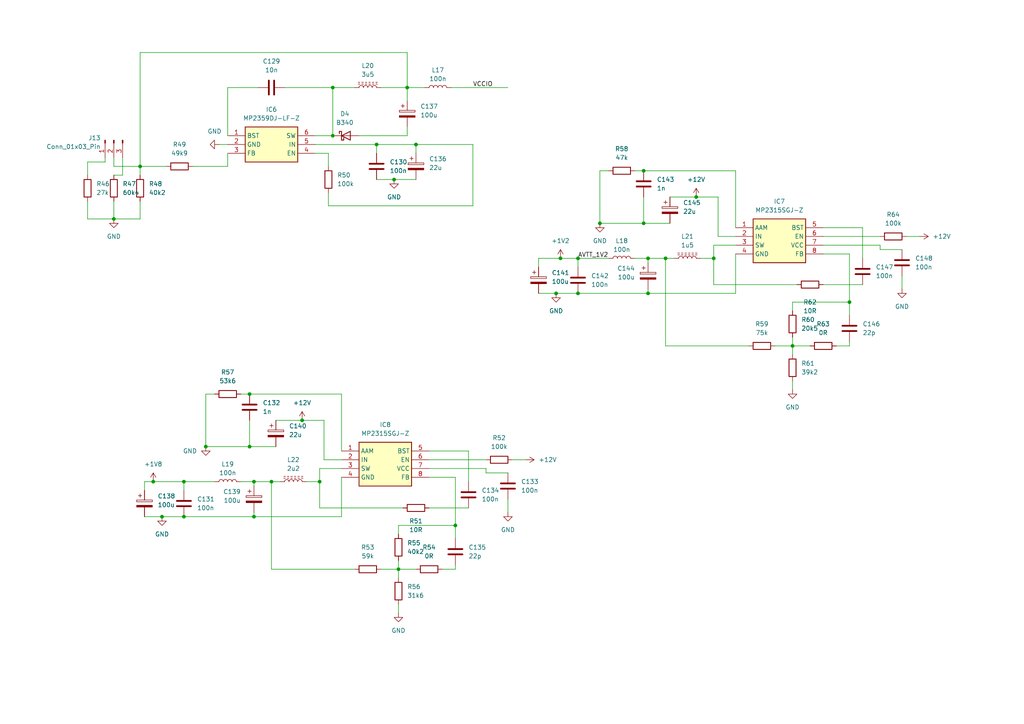
<source format=kicad_sch>
(kicad_sch (version 20231120) (generator "eeschema") (generator_version "8.0")
  (paper "A4")
  (lib_symbols
    (symbol "Connector:Conn_01x03_Pin" (pin_names (offset 1.016) hide)
      (property "Reference" "J" (at 0 5.08 0))
      (property "Value" "Conn_01x03_Pin" (at 0 -5.08 0))
      (symbol "Conn_01x03_Pin_1_1"
        (polyline (pts (xy 1.27 -2.54) (xy 0.8636 -2.54)) (stroke (width 0.1524)))
        (polyline (pts (xy 1.27 0) (xy 0.8636 0)) (stroke (width 0.1524)))
        (polyline (pts (xy 1.27 2.54) (xy 0.8636 2.54)) (stroke (width 0.1524)))
        (rectangle (start 0.8636 -2.413) (end 0 -2.667) (stroke (width 0.1524)) (fill (type outline)))
        (rectangle (start 0.8636 0.127) (end 0 -0.127) (stroke (width 0.1524)) (fill (type outline)))
        (rectangle (start 0.8636 2.667) (end 0 2.413) (stroke (width 0.1524)) (fill (type outline)))
        (pin passive line (at 5.08 2.54 180) (length 3.81) (name "Pin_1") (number "1"))
        (pin passive line (at 5.08 0 180) (length 3.81) (name "Pin_2") (number "2"))
        (pin passive line (at 5.08 -2.54 180) (length 3.81) (name "Pin_3") (number "3"))
      )
    )
    (symbol "Device:C" (pin_numbers hide) (pin_names (offset 0.254))
      (property "Reference" "C" (at 0.635 2.54 0))
      (property "Value" "C" (at 0.635 -2.54 0))
      (symbol "C_0_1"
        (polyline (pts (xy -2.032 -0.762) (xy 2.032 -0.762)) (stroke (width 0.508)))
        (polyline (pts (xy -2.032 0.762) (xy 2.032 0.762)) (stroke (width 0.508)))
      )
      (symbol "C_1_1"
        (pin passive line (at 0 3.81 270) (length 2.794) (name "~") (number "1"))
        (pin passive line (at 0 -3.81 90) (length 2.794) (name "~") (number "2"))
      )
    )
    (symbol "Device:C_Polarized" (pin_numbers hide) (pin_names (offset 0.254))
      (property "Reference" "C" (at 0.635 2.54 0))
      (property "Value" "C_Polarized" (at 0.635 -2.54 0))
      (symbol "C_Polarized_0_1"
        (rectangle (start -2.286 0.508) (end 2.286 1.016))
        (polyline (pts (xy -1.778 2.286) (xy -0.762 2.286)))
        (polyline (pts (xy -1.27 2.794) (xy -1.27 1.778)))
        (rectangle (start 2.286 -0.508) (end -2.286 -1.016) (fill (type outline)))
      )
      (symbol "C_Polarized_1_1"
        (pin passive line (at 0 3.81 270) (length 2.794) (name "~") (number "1"))
        (pin passive line (at 0 -3.81 90) (length 2.794) (name "~") (number "2"))
      )
    )
    (symbol "Device:L" (pin_numbers hide) (pin_names (offset 1.016) hide)
      (property "Reference" "L" (at -1.27 0 90))
      (property "Value" "L" (at 1.905 0 90))
      (symbol "L_0_1"
        (arc (start 0 -2.54) (mid 0.6323 -1.905) (end 0 -1.27))
        (arc (start 0 -1.27) (mid 0.6323 -0.635) (end 0 0))
        (arc (start 0 0) (mid 0.6323 0.635) (end 0 1.27))
        (arc (start 0 1.27) (mid 0.6323 1.905) (end 0 2.54))
      )
      (symbol "L_1_1"
        (pin passive line (at 0 3.81 270) (length 1.27) (name "1") (number "1"))
        (pin passive line (at 0 -3.81 90) (length 1.27) (name "2") (number "2"))
      )
    )
    (symbol "Device:L_Ferrite" (pin_numbers hide) (pin_names (offset 1.016) hide)
      (property "Reference" "L" (at -1.27 0 90))
      (property "Value" "L_Ferrite" (at 2.794 0 90))
      (symbol "L_Ferrite_0_1"
        (arc (start 0 -2.54) (mid 0.6323 -1.905) (end 0 -1.27))
        (arc (start 0 -1.27) (mid 0.6323 -0.635) (end 0 0))
        (polyline (pts (xy 1.016 -2.794) (xy 1.016 -2.286)))
        (polyline (pts (xy 1.016 -1.778) (xy 1.016 -1.27)))
        (polyline (pts (xy 1.016 -0.762) (xy 1.016 -0.254)))
        (polyline (pts (xy 1.016 0.254) (xy 1.016 0.762)))
        (polyline (pts (xy 1.016 1.27) (xy 1.016 1.778)))
        (polyline (pts (xy 1.016 2.286) (xy 1.016 2.794)))
        (polyline (pts (xy 1.524 -2.286) (xy 1.524 -2.794)))
        (polyline (pts (xy 1.524 -1.27) (xy 1.524 -1.778)))
        (polyline (pts (xy 1.524 -0.254) (xy 1.524 -0.762)))
        (polyline (pts (xy 1.524 0.762) (xy 1.524 0.254)))
        (polyline (pts (xy 1.524 1.778) (xy 1.524 1.27)))
        (polyline (pts (xy 1.524 2.794) (xy 1.524 2.286)))
        (arc (start 0 0) (mid 0.6323 0.635) (end 0 1.27))
        (arc (start 0 1.27) (mid 0.6323 1.905) (end 0 2.54))
      )
      (symbol "L_Ferrite_1_1"
        (pin passive line (at 0 3.81 270) (length 1.27) (name "1") (number "1"))
        (pin passive line (at 0 -3.81 90) (length 1.27) (name "2") (number "2"))
      )
    )
    (symbol "Device:R" (pin_numbers hide) (pin_names (offset 0))
      (property "Reference" "R" (at 2.032 0 90))
      (property "Value" "R" (at 0 0 90))
      (symbol "R_0_1"
        (rectangle (start -1.016 -2.54) (end 1.016 2.54) (stroke (width 0.254)))
      )
      (symbol "R_1_1"
        (pin passive line (at 0 3.81 270) (length 1.27) (name "~") (number "1"))
        (pin passive line (at 0 -3.81 90) (length 1.27) (name "~") (number "2"))
      )
    )
    (symbol "Diode:B340" (pin_numbers hide) (pin_names (offset 1.016) hide)
      (property "Reference" "D" (at 0 2.54 0))
      (property "Value" "B340" (at 0 -2.54 0))
      (symbol "B340_0_1"
        (polyline (pts (xy 1.27 0) (xy -1.27 0)))
        (polyline (pts (xy 1.27 1.27) (xy 1.27 -1.27) (xy -1.27 0) (xy 1.27 1.27)) (stroke (width 0.254)))
        (polyline (pts (xy -1.905 0.635) (xy -1.905 1.27) (xy -1.27 1.27) (xy -1.27 -1.27) (xy -0.635 -1.27) (xy -0.635 -0.635)) (stroke (width 0.254)))
      )
      (symbol "B340_1_1"
        (pin passive line (at -3.81 0 0) (length 2.54) (name "K") (number "1"))
        (pin passive line (at 3.81 0 180) (length 2.54) (name "A") (number "2"))
      )
    )
    (symbol "SamacSys_Parts:MP2315SGJ-Z"
      (property "Reference" "IC" (at 21.59 7.62 0))
      (property "Value" "MP2315SGJ-Z" (at 21.59 5.08 0))
      (symbol "MP2315SGJ-Z_1_1"
        (rectangle (start 5.08 2.54) (end 20.32 -10.16) (stroke (width 0.254)) (fill (type background)))
        (pin passive line (at 0 0 0) (length 5.08) (name "AAM") (number "1"))
        (pin passive line (at 0 -2.54 0) (length 5.08) (name "IN") (number "2"))
        (pin passive line (at 0 -5.08 0) (length 5.08) (name "SW") (number "3"))
        (pin passive line (at 0 -7.62 0) (length 5.08) (name "GND") (number "4"))
        (pin passive line (at 25.4 0 180) (length 5.08) (name "BST") (number "5"))
        (pin passive line (at 25.4 -2.54 180) (length 5.08) (name "EN") (number "6"))
        (pin passive line (at 25.4 -5.08 180) (length 5.08) (name "VCC") (number "7"))
        (pin passive line (at 25.4 -7.62 180) (length 5.08) (name "FB") (number "8"))
      )
    )
    (symbol "SamacSys_Parts:MP2359DJ-LF-Z"
      (property "Reference" "IC" (at 21.59 7.62 0))
      (property "Value" "MP2359DJ-LF-Z" (at 21.59 5.08 0))
      (symbol "MP2359DJ-LF-Z_1_1"
        (rectangle (start 5.08 2.54) (end 20.32 -7.62) (stroke (width 0.254)) (fill (type background)))
        (pin passive line (at 0 0 0) (length 5.08) (name "BST") (number "1"))
        (pin passive line (at 0 -2.54 0) (length 5.08) (name "GND") (number "2"))
        (pin passive line (at 0 -5.08 0) (length 5.08) (name "FB") (number "3"))
        (pin passive line (at 25.4 -5.08 180) (length 5.08) (name "EN") (number "4"))
        (pin passive line (at 25.4 -2.54 180) (length 5.08) (name "IN") (number "5"))
        (pin passive line (at 25.4 0 180) (length 5.08) (name "SW") (number "6"))
      )
    )
    (symbol "power:+12V" (power) (pin_names (offset 0))
      (property "Value" "+12V" (at 0 3.556 0))
      (symbol "+12V_0_1"
        (polyline (pts (xy -0.762 1.27) (xy 0 2.54)))
        (polyline (pts (xy 0 0) (xy 0 2.54)))
        (polyline (pts (xy 0 2.54) (xy 0.762 1.27)))
      )
      (symbol "+12V_1_1"
        (pin power_in line (at 0 0 90) (length 0) hide (name "+12V") (number "1"))
      )
    )
    (symbol "power:+1V2" (power) (pin_names (offset 0))
      (property "Value" "+1V2" (at 0 3.556 0))
      (symbol "+1V2_0_1"
        (polyline (pts (xy -0.762 1.27) (xy 0 2.54)))
        (polyline (pts (xy 0 0) (xy 0 2.54)))
        (polyline (pts (xy 0 2.54) (xy 0.762 1.27)))
      )
      (symbol "+1V2_1_1"
        (pin power_in line (at 0 0 90) (length 0) hide (name "+1V2") (number "1"))
      )
    )
    (symbol "power:+1V8" (power) (pin_names (offset 0))
      (property "Value" "+1V8" (at 0 3.556 0))
      (symbol "+1V8_0_1"
        (polyline (pts (xy -0.762 1.27) (xy 0 2.54)))
        (polyline (pts (xy 0 0) (xy 0 2.54)))
        (polyline (pts (xy 0 2.54) (xy 0.762 1.27)))
      )
      (symbol "+1V8_1_1"
        (pin power_in line (at 0 0 90) (length 0) hide (name "+1V8") (number "1"))
      )
    )
    (symbol "power:GND" (power) (pin_names (offset 0))
      (property "Value" "GND" (at 0 -3.81 0))
      (symbol "GND_0_1"
        (polyline (pts (xy 0 0) (xy 0 -1.27) (xy 1.27 -1.27) (xy 0 -2.54) (xy -1.27 -1.27) (xy 0 -1.27)))
      )
      (symbol "GND_1_1"
        (pin power_in line (at 0 0 270) (length 0) hide (name "GND") (number "1"))
      )
    )
  )
  (junction (at 167.64 74.93))
  (junction (at 109.22 41.91))
  (junction (at 78.74 139.7))
  (junction (at 59.69 129.54))
  (junction (at 33.02 63.5))
  (junction (at 115.57 165.1))
  (junction (at 207.01 74.93))
  (junction (at 229.87 100.33))
  (junction (at 132.08 152.4))
  (junction (at 53.34 149.86))
  (junction (at 96.52 39.37))
  (junction (at 201.93 57.15))
  (junction (at 120.65 41.91))
  (junction (at 46.99 149.86))
  (junction (at 167.64 85.09))
  (junction (at 87.63 121.92))
  (junction (at 40.64 48.26))
  (junction (at 72.39 114.3))
  (junction (at 73.66 139.7))
  (junction (at 44.45 139.7))
  (junction (at 186.69 64.77))
  (junction (at 186.69 49.53))
  (junction (at 187.96 85.09))
  (junction (at 92.71 139.7))
  (junction (at 53.34 139.7))
  (junction (at 96.52 25.4))
  (junction (at 73.66 149.86))
  (junction (at 114.3 52.07))
  (junction (at 162.56 74.93))
  (junction (at 246.38 87.63))
  (junction (at 187.96 74.93))
  (junction (at 161.29 85.09))
  (junction (at 118.11 25.4))
  (junction (at 173.99 64.77))
  (junction (at 193.04 74.93))
  (junction (at 72.39 129.54))
  (wire (pts (xy 213.36 73.66) (xy 213.36 85.09)))
  (wire (pts (xy 207.01 74.93) (xy 203.2 74.93)))
  (wire (pts (xy 124.46 133.35) (xy 140.97 133.35)))
  (wire (pts (xy 246.38 100.33) (xy 246.38 99.06)))
  (wire (pts (xy 99.06 114.3) (xy 72.39 114.3)))
  (wire (pts (xy 118.11 25.4) (xy 123.19 25.4)))
  (wire (pts (xy 156.21 74.93) (xy 162.56 74.93)))
  (wire (pts (xy 66.04 39.37) (xy 66.04 25.4)))
  (wire (pts (xy 132.08 138.43) (xy 132.08 152.4)))
  (wire (pts (xy 59.69 114.3) (xy 59.69 129.54)))
  (wire (pts (xy 147.32 144.78) (xy 147.32 148.59)))
  (wire (pts (xy 25.4 46.99) (xy 25.4 50.8)))
  (wire (pts (xy 208.28 57.15) (xy 208.28 68.58)))
  (wire (pts (xy 59.69 129.54) (xy 72.39 129.54)))
  (wire (pts (xy 173.99 49.53) (xy 173.99 64.77)))
  (wire (pts (xy 193.04 74.93) (xy 193.04 100.33)))
  (wire (pts (xy 176.53 74.93) (xy 167.64 74.93)))
  (wire (pts (xy 95.25 59.69) (xy 95.25 55.88)))
  (wire (pts (xy 82.55 25.4) (xy 96.52 25.4)))
  (wire (pts (xy 30.48 46.99) (xy 25.4 46.99)))
  (wire (pts (xy 187.96 83.82) (xy 187.96 85.09)))
  (wire (pts (xy 114.3 52.07) (xy 120.65 52.07)))
  (wire (pts (xy 69.85 139.7) (xy 73.66 139.7)))
  (wire (pts (xy 137.16 59.69) (xy 95.25 59.69)))
  (wire (pts (xy 246.38 87.63) (xy 229.87 87.63)))
  (wire (pts (xy 213.36 85.09) (xy 187.96 85.09)))
  (wire (pts (xy 41.91 139.7) (xy 41.91 142.24)))
  (wire (pts (xy 99.06 149.86) (xy 73.66 149.86)))
  (wire (pts (xy 187.96 74.93) (xy 193.04 74.93)))
  (wire (pts (xy 161.29 85.09) (xy 167.64 85.09)))
  (wire (pts (xy 167.64 74.93) (xy 167.64 77.47)))
  (wire (pts (xy 229.87 110.49) (xy 229.87 113.03)))
  (wire (pts (xy 33.02 45.72) (xy 33.02 48.26)))
  (wire (pts (xy 213.36 66.04) (xy 213.36 49.53)))
  (wire (pts (xy 78.74 139.7) (xy 81.28 139.7)))
  (wire (pts (xy 116.84 147.32) (xy 92.71 147.32)))
  (wire (pts (xy 73.66 148.59) (xy 73.66 149.86)))
  (wire (pts (xy 92.71 147.32) (xy 92.71 139.7)))
  (wire (pts (xy 186.69 49.53) (xy 184.15 49.53)))
  (wire (pts (xy 238.76 68.58) (xy 255.27 68.58)))
  (wire (pts (xy 92.71 135.89) (xy 92.71 139.7)))
  (wire (pts (xy 78.74 139.7) (xy 78.74 165.1)))
  (wire (pts (xy 40.64 48.26) (xy 40.64 50.8)))
  (wire (pts (xy 91.44 44.45) (xy 95.25 44.45)))
  (wire (pts (xy 262.89 68.58) (xy 266.7 68.58)))
  (wire (pts (xy 104.14 39.37) (xy 118.11 39.37)))
  (wire (pts (xy 187.96 76.2) (xy 187.96 74.93)))
  (wire (pts (xy 238.76 82.55) (xy 250.19 82.55)))
  (wire (pts (xy 193.04 74.93) (xy 195.58 74.93)))
  (wire (pts (xy 213.36 49.53) (xy 186.69 49.53)))
  (wire (pts (xy 115.57 165.1) (xy 120.65 165.1)))
  (wire (pts (xy 93.98 133.35) (xy 99.06 133.35)))
  (wire (pts (xy 176.53 49.53) (xy 173.99 49.53)))
  (wire (pts (xy 115.57 152.4) (xy 115.57 154.94)))
  (wire (pts (xy 66.04 48.26) (xy 66.04 44.45)))
  (wire (pts (xy 46.99 149.86) (xy 53.34 149.86)))
  (wire (pts (xy 187.96 85.09) (xy 167.64 85.09)))
  (wire (pts (xy 167.64 74.93) (xy 162.56 74.93)))
  (wire (pts (xy 229.87 87.63) (xy 229.87 90.17)))
  (wire (pts (xy 186.69 64.77) (xy 194.31 64.77)))
  (wire (pts (xy 40.64 15.24) (xy 118.11 15.24)))
  (wire (pts (xy 193.04 100.33) (xy 217.17 100.33)))
  (wire (pts (xy 124.46 130.81) (xy 135.89 130.81)))
  (wire (pts (xy 255.27 72.39) (xy 255.27 71.12)))
  (wire (pts (xy 109.22 52.07) (xy 114.3 52.07)))
  (wire (pts (xy 246.38 73.66) (xy 246.38 87.63)))
  (wire (pts (xy 231.14 82.55) (xy 207.01 82.55)))
  (wire (pts (xy 25.4 63.5) (xy 33.02 63.5)))
  (wire (pts (xy 115.57 162.56) (xy 115.57 165.1)))
  (wire (pts (xy 250.19 66.04) (xy 250.19 74.93)))
  (wire (pts (xy 40.64 48.26) (xy 48.26 48.26)))
  (wire (pts (xy 110.49 165.1) (xy 115.57 165.1)))
  (wire (pts (xy 115.57 175.26) (xy 115.57 177.8)))
  (wire (pts (xy 99.06 138.43) (xy 99.06 149.86)))
  (wire (pts (xy 118.11 15.24) (xy 118.11 25.4)))
  (wire (pts (xy 80.01 121.92) (xy 87.63 121.92)))
  (wire (pts (xy 66.04 25.4) (xy 74.93 25.4)))
  (wire (pts (xy 208.28 68.58) (xy 213.36 68.58)))
  (wire (pts (xy 132.08 156.21) (xy 132.08 152.4)))
  (wire (pts (xy 91.44 41.91) (xy 109.22 41.91)))
  (wire (pts (xy 72.39 129.54) (xy 80.01 129.54)))
  (wire (pts (xy 30.48 45.72) (xy 30.48 46.99)))
  (wire (pts (xy 72.39 121.92) (xy 72.39 129.54)))
  (wire (pts (xy 118.11 25.4) (xy 118.11 29.21)))
  (wire (pts (xy 55.88 48.26) (xy 66.04 48.26)))
  (wire (pts (xy 35.56 50.8) (xy 33.02 50.8)))
  (wire (pts (xy 25.4 58.42) (xy 25.4 63.5)))
  (wire (pts (xy 115.57 165.1) (xy 115.57 167.64)))
  (wire (pts (xy 33.02 63.5) (xy 40.64 63.5)))
  (wire (pts (xy 261.62 80.01) (xy 261.62 83.82)))
  (wire (pts (xy 132.08 152.4) (xy 115.57 152.4)))
  (wire (pts (xy 99.06 135.89) (xy 92.71 135.89)))
  (wire (pts (xy 35.56 45.72) (xy 35.56 50.8)))
  (wire (pts (xy 78.74 165.1) (xy 102.87 165.1)))
  (wire (pts (xy 109.22 41.91) (xy 109.22 44.45)))
  (wire (pts (xy 148.59 133.35) (xy 152.4 133.35)))
  (wire (pts (xy 135.89 130.81) (xy 135.89 139.7)))
  (wire (pts (xy 229.87 100.33) (xy 234.95 100.33)))
  (wire (pts (xy 40.64 48.26) (xy 40.64 15.24)))
  (wire (pts (xy 73.66 140.97) (xy 73.66 139.7)))
  (wire (pts (xy 207.01 82.55) (xy 207.01 74.93)))
  (wire (pts (xy 229.87 97.79) (xy 229.87 100.33)))
  (wire (pts (xy 96.52 25.4) (xy 102.87 25.4)))
  (wire (pts (xy 118.11 39.37) (xy 118.11 36.83)))
  (wire (pts (xy 156.21 85.09) (xy 161.29 85.09)))
  (wire (pts (xy 124.46 138.43) (xy 132.08 138.43)))
  (wire (pts (xy 62.23 139.7) (xy 53.34 139.7)))
  (wire (pts (xy 33.02 58.42) (xy 33.02 63.5)))
  (wire (pts (xy 53.34 139.7) (xy 53.34 142.24)))
  (wire (pts (xy 73.66 139.7) (xy 78.74 139.7)))
  (wire (pts (xy 213.36 71.12) (xy 207.01 71.12)))
  (wire (pts (xy 261.62 72.39) (xy 255.27 72.39)))
  (wire (pts (xy 201.93 57.15) (xy 208.28 57.15)))
  (wire (pts (xy 140.97 137.16) (xy 140.97 135.89)))
  (wire (pts (xy 109.22 41.91) (xy 120.65 41.91)))
  (wire (pts (xy 120.65 41.91) (xy 137.16 41.91)))
  (wire (pts (xy 96.52 25.4) (xy 96.52 39.37)))
  (wire (pts (xy 95.25 44.45) (xy 95.25 48.26)))
  (wire (pts (xy 173.99 64.77) (xy 186.69 64.77)))
  (wire (pts (xy 73.66 149.86) (xy 53.34 149.86)))
  (wire (pts (xy 72.39 114.3) (xy 69.85 114.3)))
  (wire (pts (xy 41.91 149.86) (xy 46.99 149.86)))
  (wire (pts (xy 120.65 41.91) (xy 120.65 44.45)))
  (wire (pts (xy 207.01 71.12) (xy 207.01 74.93)))
  (wire (pts (xy 33.02 48.26) (xy 40.64 48.26)))
  (wire (pts (xy 186.69 57.15) (xy 186.69 64.77)))
  (wire (pts (xy 130.81 25.4) (xy 147.32 25.4)))
  (wire (pts (xy 87.63 121.92) (xy 93.98 121.92)))
  (wire (pts (xy 53.34 139.7) (xy 44.45 139.7)))
  (wire (pts (xy 96.52 39.37) (xy 91.44 39.37)))
  (wire (pts (xy 156.21 74.93) (xy 156.21 77.47)))
  (wire (pts (xy 110.49 25.4) (xy 118.11 25.4)))
  (wire (pts (xy 92.71 139.7) (xy 88.9 139.7)))
  (wire (pts (xy 40.64 63.5) (xy 40.64 58.42)))
  (wire (pts (xy 63.5 41.91) (xy 66.04 41.91)))
  (wire (pts (xy 255.27 71.12) (xy 238.76 71.12)))
  (wire (pts (xy 132.08 165.1) (xy 132.08 163.83)))
  (wire (pts (xy 229.87 100.33) (xy 229.87 102.87)))
  (wire (pts (xy 93.98 121.92) (xy 93.98 133.35)))
  (wire (pts (xy 246.38 91.44) (xy 246.38 87.63)))
  (wire (pts (xy 224.79 100.33) (xy 229.87 100.33)))
  (wire (pts (xy 242.57 100.33) (xy 246.38 100.33)))
  (wire (pts (xy 62.23 114.3) (xy 59.69 114.3)))
  (wire (pts (xy 99.06 130.81) (xy 99.06 114.3)))
  (wire (pts (xy 124.46 147.32) (xy 135.89 147.32)))
  (wire (pts (xy 128.27 165.1) (xy 132.08 165.1)))
  (wire (pts (xy 238.76 73.66) (xy 246.38 73.66)))
  (wire (pts (xy 44.45 139.7) (xy 41.91 139.7)))
  (wire (pts (xy 140.97 135.89) (xy 124.46 135.89)))
  (wire (pts (xy 238.76 66.04) (xy 250.19 66.04)))
  (wire (pts (xy 184.15 74.93) (xy 187.96 74.93)))
  (wire (pts (xy 194.31 57.15) (xy 201.93 57.15)))
  (wire (pts (xy 147.32 137.16) (xy 140.97 137.16)))
  (wire (pts (xy 137.16 41.91) (xy 137.16 59.69)))
  (label "VCCIO" (at 137.16 25.4 0))
  (label "AVTT_1V2" (at 167.64 74.93 0))
  (symbol (lib_id "SamacSys_Parts:MP2315SGJ-Z") (at 99.06 130.81 0) (unit 1)
    (property "Reference" "IC8" (at 111.76 123.19 0))
    (property "Value" "MP2315SGJ-Z" (at 111.76 125.73 0))
    (property "Footprint" "SamacSys_Parts:SOT65P280X100-8N" (effects (hide yes)))
    (property "Datasheet" "https://componentsearchengine.com/Datasheets/1/MP2315SGJ-Z.pdf" (effects (hide yes)))
    (property "Height" "1" (effects (hide yes)))
    (property "Manufacturer_Name" "Monolithic Power Systems (MPS)" (effects (hide yes)))
    (property "Manufacturer_Part_Number" "MP2315SGJ-Z" (effects (hide yes)))
    (property "Mouser Part Number" "946-MP2315SGJ-Z" (effects (hide yes)))
    (property "Mouser Price/Stock" "https://www.mouser.co.uk/ProductDetail/Monolithic-Power-Systems-MPS/MP2315SGJ-Z?qs=Zwj7mHVHPHQK3n9ExaDQiw%3D%3D" (effects (hide yes)))
  )
  (symbol (lib_id "Device:R") (at 95.25 52.07 180) (unit 1)
    (property "Reference" "R50" (at 97.79 50.8 0) (effects (justify right)))
    (property "Value" "100k" (at 97.79 53.34 0) (effects (justify right)))
    (property "Footprint" "Resistor_SMD:R_0201_0603Metric_Pad0.64x0.40mm_HandSolder" (effects (hide yes)))
  )
  (symbol (lib_id "Device:C_Polarized") (at 73.66 144.78 0) (unit 1)
    (property "Reference" "C139" (at 69.85 142.621 0) (effects (justify right)))
    (property "Value" "100u" (at 69.85 145.161 0) (effects (justify right)))
  )
  (symbol (lib_id "power:GND") (at 173.99 64.77 0) (unit 1)
    (property "Reference" "#PWR080" (effects (hide yes)))
    (property "Value" "GND" (at 173.99 69.85 0))
  )
  (symbol (lib_id "Device:C_Polarized") (at 80.01 125.73 0) (unit 1)
    (property "Reference" "C140" (at 83.82 123.571 0) (effects (justify left)))
    (property "Value" "22u" (at 83.82 126.111 0) (effects (justify left)))
  )
  (symbol (lib_id "Device:C_Polarized") (at 156.21 81.28 0) (unit 1)
    (property "Reference" "C141" (at 160.02 79.121 0) (effects (justify left)))
    (property "Value" "100u" (at 160.02 81.661 0) (effects (justify left)))
  )
  (symbol (lib_id "Device:C") (at 167.64 81.28 180) (unit 1)
    (property "Reference" "C142" (at 171.45 80.01 0) (effects (justify right)))
    (property "Value" "100n" (at 171.45 82.55 0) (effects (justify right)))
  )
  (symbol (lib_id "Device:L_Ferrite") (at 85.09 139.7 90) (unit 1)
    (property "Reference" "L22" (at 85.09 133.35 90))
    (property "Value" "2u2" (at 85.09 135.89 90))
  )
  (symbol (lib_id "power:GND") (at 59.69 129.54 0) (unit 1)
    (property "Reference" "#PWR072" (effects (hide yes)))
    (property "Value" "GND" (at 57.15 130.81 0) (effects (justify right)))
  )
  (symbol (lib_id "Device:C") (at 132.08 160.02 0) (unit 1)
    (property "Reference" "C135" (at 135.89 158.75 0) (effects (justify left)))
    (property "Value" "22p" (at 135.89 161.29 0) (effects (justify left)))
  )
  (symbol (lib_id "Device:C") (at 53.34 146.05 180) (unit 1)
    (property "Reference" "C131" (at 57.15 144.78 0) (effects (justify right)))
    (property "Value" "100n" (at 57.15 147.32 0) (effects (justify right)))
  )
  (symbol (lib_id "Connector:Conn_01x03_Pin") (at 33.02 40.64 90) (mirror x) (unit 1)
    (property "Reference" "J13" (at 29.21 40.005 90) (effects (justify left)))
    (property "Value" "Conn_01x03_Pin" (at 29.21 42.545 90) (effects (justify left)))
  )
  (symbol (lib_id "Device:C") (at 72.39 118.11 180) (unit 1)
    (property "Reference" "C132" (at 76.2 116.84 0) (effects (justify right)))
    (property "Value" "1n" (at 76.2 119.38 0) (effects (justify right)))
  )
  (symbol (lib_id "power:GND") (at 115.57 177.8 0) (unit 1)
    (property "Reference" "#PWR074" (effects (hide yes)))
    (property "Value" "GND" (at 115.57 182.88 0))
  )
  (symbol (lib_id "power:GND") (at 229.87 113.03 0) (unit 1)
    (property "Reference" "#PWR082" (effects (hide yes)))
    (property "Value" "GND" (at 229.87 118.11 0))
  )
  (symbol (lib_id "power:+1V8") (at 44.45 139.7 0) (unit 1)
    (property "Reference" "#PWR077" (effects (hide yes)))
    (property "Value" "+1V8" (at 44.45 134.62 0))
  )
  (symbol (lib_id "power:GND") (at 147.32 148.59 0) (unit 1)
    (property "Reference" "#PWR075" (effects (hide yes)))
    (property "Value" "GND" (at 147.32 153.67 0))
  )
  (symbol (lib_id "SamacSys_Parts:MP2315SGJ-Z") (at 213.36 66.04 0) (unit 1)
    (property "Reference" "IC7" (at 226.06 58.42 0))
    (property "Value" "MP2315SGJ-Z" (at 226.06 60.96 0))
    (property "Footprint" "SamacSys_Parts:SOT65P280X100-8N" (effects (hide yes)))
    (property "Datasheet" "https://componentsearchengine.com/Datasheets/1/MP2315SGJ-Z.pdf" (effects (hide yes)))
    (property "Height" "1" (effects (hide yes)))
    (property "Manufacturer_Name" "Monolithic Power Systems (MPS)" (effects (hide yes)))
    (property "Manufacturer_Part_Number" "MP2315SGJ-Z" (effects (hide yes)))
    (property "Mouser Part Number" "946-MP2315SGJ-Z" (effects (hide yes)))
    (property "Mouser Price/Stock" "https://www.mouser.co.uk/ProductDetail/Monolithic-Power-Systems-MPS/MP2315SGJ-Z?qs=Zwj7mHVHPHQK3n9ExaDQiw%3D%3D" (effects (hide yes)))
  )
  (symbol (lib_id "SamacSys_Parts:MP2359DJ-LF-Z") (at 66.04 39.37 0) (unit 1)
    (property "Reference" "IC6" (at 78.74 31.75 0))
    (property "Value" "MP2359DJ-LF-Z" (at 78.74 34.29 0))
    (property "Footprint" "SamacSys_Parts:SOT95P280X100-6N" (effects (hide yes)))
    (property "Datasheet" "https://datasheet.datasheetarchive.com/originals/distributors/Datasheets_SAMA/89d986a89c59d1844ef77b6f65b8a4d2.pdf" (effects (hide yes)))
    (property "Height" "1" (effects (hide yes)))
    (property "Manufacturer_Name" "Monolithic Power Systems (MPS)" (effects (hide yes)))
    (property "Manufacturer_Part_Number" "MP2359DJ-LF-Z" (effects (hide yes)))
    (property "Mouser Part Number" "946-MP2359DJLFZ" (effects (hide yes)))
    (property "Mouser Price/Stock" "https://www.mouser.co.uk/ProductDetail/Monolithic-Power-Systems-MPS/MP2359DJ-LF-Z?qs=rC7bBWoQAAkgAaURxgQSyA%3D%3D" (effects (hide yes)))
  )
  (symbol (lib_id "Device:C") (at 250.19 78.74 0) (unit 1)
    (property "Reference" "C147" (at 254 77.47 0) (effects (justify left)))
    (property "Value" "100n" (at 254 80.01 0) (effects (justify left)))
  )
  (symbol (lib_id "Device:C_Polarized") (at 187.96 80.01 0) (unit 1)
    (property "Reference" "C144" (at 184.15 77.851 0) (effects (justify right)))
    (property "Value" "100u" (at 184.15 80.391 0) (effects (justify right)))
  )
  (symbol (lib_id "Device:C") (at 246.38 95.25 0) (unit 1)
    (property "Reference" "C146" (at 250.19 93.98 0) (effects (justify left)))
    (property "Value" "22p" (at 250.19 96.52 0) (effects (justify left)))
  )
  (symbol (lib_id "power:+12V") (at 201.93 57.15 0) (unit 1)
    (property "Reference" "#PWR081" (effects (hide yes)))
    (property "Value" "+12V" (at 201.93 52.07 0))
  )
  (symbol (lib_id "power:GND") (at 161.29 85.09 0) (unit 1)
    (property "Reference" "#PWR079" (effects (hide yes)))
    (property "Value" "GND" (at 161.29 90.17 0))
  )
  (symbol (lib_id "Device:R") (at 25.4 54.61 0) (unit 1)
    (property "Reference" "R46" (at 27.94 53.34 0) (effects (justify left)))
    (property "Value" "27k" (at 27.94 55.88 0) (effects (justify left)))
    (property "Footprint" "Resistor_SMD:R_0201_0603Metric_Pad0.64x0.40mm_HandSolder" (effects (hide yes)))
  )
  (symbol (lib_id "Device:C") (at 147.32 140.97 0) (unit 1)
    (property "Reference" "C133" (at 151.13 139.7 0) (effects (justify left)))
    (property "Value" "100n" (at 151.13 142.24 0) (effects (justify left)))
  )
  (symbol (lib_id "Device:R") (at 259.08 68.58 270) (unit 1)
    (property "Reference" "R64" (at 259.08 62.23 90))
    (property "Value" "100k" (at 259.08 64.77 90))
    (property "Footprint" "Resistor_SMD:R_0201_0603Metric_Pad0.64x0.40mm_HandSolder" (effects (hide yes)))
  )
  (symbol (lib_id "Device:L_Ferrite") (at 199.39 74.93 90) (unit 1)
    (property "Reference" "L21" (at 199.39 68.58 90))
    (property "Value" "1u5" (at 199.39 71.12 90))
  )
  (symbol (lib_id "Device:R") (at 229.87 93.98 0) (unit 1)
    (property "Reference" "R60" (at 232.41 92.71 0) (effects (justify left)))
    (property "Value" "20k5" (at 232.41 95.25 0) (effects (justify left)))
    (property "Footprint" "Resistor_SMD:R_0201_0603Metric_Pad0.64x0.40mm_HandSolder" (effects (hide yes)))
  )
  (symbol (lib_id "Device:C_Polarized") (at 118.11 33.02 0) (unit 1)
    (property "Reference" "C137" (at 121.92 30.861 0) (effects (justify left)))
    (property "Value" "100u" (at 121.92 33.401 0) (effects (justify left)))
  )
  (symbol (lib_id "Device:R") (at 234.95 82.55 270) (unit 1)
    (property "Reference" "R62" (at 234.95 87.63 90))
    (property "Value" "10R" (at 234.95 90.17 90))
    (property "Footprint" "Resistor_SMD:R_0201_0603Metric_Pad0.64x0.40mm_HandSolder" (effects (hide yes)))
  )
  (symbol (lib_id "Device:L_Ferrite") (at 106.68 25.4 90) (unit 1)
    (property "Reference" "L20" (at 106.68 19.05 90))
    (property "Value" "3u5" (at 106.68 21.59 90))
  )
  (symbol (lib_id "Device:C_Polarized") (at 120.65 48.26 0) (unit 1)
    (property "Reference" "C136" (at 124.46 46.101 0) (effects (justify left)))
    (property "Value" "22u" (at 124.46 48.641 0) (effects (justify left)))
  )
  (symbol (lib_id "Device:R") (at 120.65 147.32 270) (unit 1)
    (property "Reference" "R51" (at 120.65 151.13 90))
    (property "Value" "10R" (at 120.65 153.67 90))
    (property "Footprint" "Resistor_SMD:R_0201_0603Metric_Pad0.64x0.40mm_HandSolder" (effects (hide yes)))
  )
  (symbol (lib_id "Device:C") (at 135.89 143.51 0) (unit 1)
    (property "Reference" "C134" (at 139.7 142.24 0) (effects (justify left)))
    (property "Value" "100n" (at 139.7 144.78 0) (effects (justify left)))
  )
  (symbol (lib_id "Device:C") (at 186.69 53.34 180) (unit 1)
    (property "Reference" "C143" (at 190.5 52.07 0) (effects (justify right)))
    (property "Value" "1n" (at 190.5 54.61 0) (effects (justify right)))
  )
  (symbol (lib_id "power:+1V2") (at 162.56 74.93 0) (unit 1)
    (property "Reference" "#PWR085" (effects (hide yes)))
    (property "Value" "+1V2" (at 162.56 69.85 0))
  )
  (symbol (lib_id "Device:R") (at 52.07 48.26 90) (unit 1)
    (property "Reference" "R49" (at 52.07 41.91 90))
    (property "Value" "49k9" (at 52.07 44.45 90))
    (property "Footprint" "Resistor_SMD:R_0201_0603Metric_Pad0.64x0.40mm_HandSolder" (effects (hide yes)))
  )
  (symbol (lib_id "Device:R") (at 106.68 165.1 270) (unit 1)
    (property "Reference" "R53" (at 106.68 158.75 90))
    (property "Value" "59k" (at 106.68 161.29 90))
    (property "Footprint" "Resistor_SMD:R_0201_0603Metric_Pad0.64x0.40mm_HandSolder" (effects (hide yes)))
  )
  (symbol (lib_id "power:GND") (at 33.02 63.5 0) (unit 1)
    (property "Reference" "#PWR068" (effects (hide yes)))
    (property "Value" "GND" (at 33.02 68.58 0))
  )
  (symbol (lib_id "Device:R") (at 124.46 165.1 270) (unit 1)
    (property "Reference" "R54" (at 124.46 158.75 90))
    (property "Value" "0R" (at 124.46 161.29 90))
    (property "Footprint" "Resistor_SMD:R_0201_0603Metric_Pad0.64x0.40mm_HandSolder" (effects (hide yes)))
  )
  (symbol (lib_id "Device:R") (at 40.64 54.61 0) (unit 1)
    (property "Reference" "R48" (at 43.18 53.34 0) (effects (justify left)))
    (property "Value" "40k2" (at 43.18 55.88 0) (effects (justify left)))
    (property "Footprint" "Resistor_SMD:R_0201_0603Metric_Pad0.64x0.40mm_HandSolder" (effects (hide yes)))
  )
  (symbol (lib_id "Device:R") (at 33.02 54.61 0) (unit 1)
    (property "Reference" "R47" (at 35.56 53.34 0) (effects (justify left)))
    (property "Value" "60k4" (at 35.56 55.88 0) (effects (justify left)))
    (property "Footprint" "Resistor_SMD:R_0201_0603Metric_Pad0.64x0.40mm_HandSolder" (effects (hide yes)))
  )
  (symbol (lib_id "Device:R") (at 66.04 114.3 90) (unit 1)
    (property "Reference" "R57" (at 66.04 107.95 90))
    (property "Value" "53k6" (at 66.04 110.49 90))
    (property "Footprint" "Resistor_SMD:R_0201_0603Metric_Pad0.64x0.40mm_HandSolder" (effects (hide yes)))
  )
  (symbol (lib_id "Device:C_Polarized") (at 194.31 60.96 0) (unit 1)
    (property "Reference" "C145" (at 198.12 58.801 0) (effects (justify left)))
    (property "Value" "22u" (at 198.12 61.341 0) (effects (justify left)))
  )
  (symbol (lib_id "power:+12V") (at 87.63 121.92 0) (unit 1)
    (property "Reference" "#PWR073" (effects (hide yes)))
    (property "Value" "+12V" (at 87.63 116.84 0))
  )
  (symbol (lib_id "Device:L") (at 127 25.4 90) (unit 1)
    (property "Reference" "L17" (at 127 20.32 90))
    (property "Value" "100n" (at 127 22.86 90))
  )
  (symbol (lib_id "Device:C") (at 261.62 76.2 0) (unit 1)
    (property "Reference" "C148" (at 265.43 74.93 0) (effects (justify left)))
    (property "Value" "100n" (at 265.43 77.47 0) (effects (justify left)))
  )
  (symbol (lib_id "Device:R") (at 180.34 49.53 90) (unit 1)
    (property "Reference" "R58" (at 180.34 43.18 90))
    (property "Value" "47k" (at 180.34 45.72 90))
    (property "Footprint" "Resistor_SMD:R_0201_0603Metric_Pad0.64x0.40mm_HandSolder" (effects (hide yes)))
  )
  (symbol (lib_id "Device:R") (at 144.78 133.35 270) (unit 1)
    (property "Reference" "R52" (at 144.78 127 90))
    (property "Value" "100k" (at 144.78 129.54 90))
    (property "Footprint" "Resistor_SMD:R_0201_0603Metric_Pad0.64x0.40mm_HandSolder" (effects (hide yes)))
  )
  (symbol (lib_id "Device:R") (at 115.57 158.75 0) (unit 1)
    (property "Reference" "R55" (at 118.11 157.48 0) (effects (justify left)))
    (property "Value" "40k2" (at 118.11 160.02 0) (effects (justify left)))
    (property "Footprint" "Resistor_SMD:R_0201_0603Metric_Pad0.64x0.40mm_HandSolder" (effects (hide yes)))
  )
  (symbol (lib_id "power:GND") (at 46.99 149.86 0) (unit 1)
    (property "Reference" "#PWR071" (effects (hide yes)))
    (property "Value" "GND" (at 46.99 154.94 0))
  )
  (symbol (lib_id "power:GND") (at 261.62 83.82 0) (unit 1)
    (property "Reference" "#PWR083" (effects (hide yes)))
    (property "Value" "GND" (at 261.62 88.9 0))
  )
  (symbol (lib_id "Device:L") (at 180.34 74.93 90) (unit 1)
    (property "Reference" "L18" (at 180.34 69.85 90))
    (property "Value" "100n" (at 180.34 72.39 90))
  )
  (symbol (lib_id "Diode:B340") (at 100.33 39.37 0) (unit 1)
    (property "Reference" "D4" (at 100.0125 33.02 0))
    (property "Value" "B340" (at 100.0125 35.56 0))
    (property "Footprint" "Diode_SMD:D_SMC" (effects (hide yes)))
    (property "Datasheet" "http://www.jameco.com/Jameco/Products/ProdDS/1538777.pdf" (effects (hide yes)))
  )
  (symbol (lib_id "Device:C") (at 78.74 25.4 90) (unit 1)
    (property "Reference" "C129" (at 78.74 17.78 90))
    (property "Value" "10n" (at 78.74 20.32 90))
  )
  (symbol (lib_id "power:GND") (at 114.3 52.07 0) (unit 1)
    (property "Reference" "#PWR070" (effects (hide yes)))
    (property "Value" "GND" (at 114.3 57.15 0))
  )
  (symbol (lib_id "Device:R") (at 238.76 100.33 270) (unit 1)
    (property "Reference" "R63" (at 238.76 93.98 90))
    (property "Value" "0R" (at 238.76 96.52 90))
    (property "Footprint" "Resistor_SMD:R_0201_0603Metric_Pad0.64x0.40mm_HandSolder" (effects (hide yes)))
  )
  (symbol (lib_id "Device:C_Polarized") (at 41.91 146.05 0) (unit 1)
    (property "Reference" "C138" (at 45.72 143.891 0) (effects (justify left)))
    (property "Value" "100u" (at 45.72 146.431 0) (effects (justify left)))
  )
  (symbol (lib_id "Device:R") (at 115.57 171.45 0) (unit 1)
    (property "Reference" "R56" (at 118.11 170.18 0) (effects (justify left)))
    (property "Value" "31k6" (at 118.11 172.72 0) (effects (justify left)))
    (property "Footprint" "Resistor_SMD:R_0201_0603Metric_Pad0.64x0.40mm_HandSolder" (effects (hide yes)))
  )
  (symbol (lib_id "Device:L") (at 66.04 139.7 90) (unit 1)
    (property "Reference" "L19" (at 66.04 134.62 90))
    (property "Value" "100n" (at 66.04 137.16 90))
  )
  (symbol (lib_id "power:GND") (at 63.5 41.91 270) (unit 1)
    (property "Reference" "#PWR069" (effects (hide yes)))
    (property "Value" "GND" (at 62.23 38.1 90))
  )
  (symbol (lib_id "Device:C") (at 109.22 48.26 180) (unit 1)
    (property "Reference" "C130" (at 113.03 46.99 0) (effects (justify right)))
    (property "Value" "100n" (at 113.03 49.53 0) (effects (justify right)))
  )
  (symbol (lib_id "power:+12V") (at 266.7 68.58 270) (unit 1)
    (property "Reference" "#PWR084" (effects (hide yes)))
    (property "Value" "+12V" (at 270.51 68.58 90) (effects (justify left)))
  )
  (symbol (lib_id "Device:R") (at 220.98 100.33 270) (unit 1)
    (property "Reference" "R59" (at 220.98 93.98 90))
    (property "Value" "75k" (at 220.98 96.52 90))
    (property "Footprint" "Resistor_SMD:R_0201_0603Metric_Pad0.64x0.40mm_HandSolder" (effects (hide yes)))
  )
  (symbol (lib_id "power:+12V") (at 152.4 133.35 270) (unit 1)
    (property "Reference" "#PWR076" (effects (hide yes)))
    (property "Value" "+12V" (at 156.21 133.35 90) (effects (justify left)))
  )
  (symbol (lib_id "Device:R") (at 229.87 106.68 0) (unit 1)
    (property "Reference" "R61" (at 232.41 105.41 0) (effects (justify left)))
    (property "Value" "39k2" (at 232.41 107.95 0) (effects (justify left)))
    (property "Footprint" "Resistor_SMD:R_0201_0603Metric_Pad0.64x0.40mm_HandSolder" (effects (hide yes)))
  )
)
</source>
